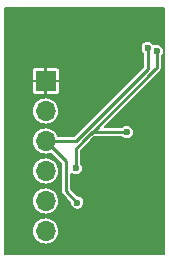
<source format=gbr>
G04 #@! TF.FileFunction,Copper,L2,Bot,Signal*
%FSLAX46Y46*%
G04 Gerber Fmt 4.6, Leading zero omitted, Abs format (unit mm)*
G04 Created by KiCad (PCBNEW 4.0.7-e2-6376~58~ubuntu16.04.1) date Mon Jan 22 15:55:41 2018*
%MOMM*%
%LPD*%
G01*
G04 APERTURE LIST*
%ADD10C,0.100000*%
%ADD11R,1.700000X1.700000*%
%ADD12O,1.700000X1.700000*%
%ADD13C,0.600000*%
%ADD14C,0.250000*%
%ADD15C,0.203000*%
G04 APERTURE END LIST*
D10*
D11*
X144526000Y-110744000D03*
D12*
X144526000Y-113284000D03*
X144526000Y-115824000D03*
X144526000Y-118364000D03*
X144526000Y-120904000D03*
X144526000Y-123444000D03*
D13*
X152527000Y-119888000D03*
X147193000Y-121031000D03*
X153162000Y-107950000D03*
X147066000Y-118110000D03*
X153924000Y-108204000D03*
X151384000Y-115062000D03*
D14*
X153162000Y-107950000D02*
X153162000Y-109728000D01*
X153162000Y-109728000D02*
X147066000Y-115824000D01*
X147066000Y-115824000D02*
X144526000Y-115824000D01*
X146253200Y-120091200D02*
X147193000Y-121031000D01*
X144526000Y-115824000D02*
X146253200Y-117551200D01*
X146253200Y-117551200D02*
X146253200Y-120091200D01*
X147702410Y-115824000D02*
X147066000Y-116460410D01*
X147066000Y-116460410D02*
X147066000Y-118110000D01*
X153924000Y-108204000D02*
X153924000Y-109602410D01*
X148337410Y-115189000D02*
X147702410Y-115824000D01*
X148464410Y-115062000D02*
X147702410Y-115824000D01*
X151384000Y-115062000D02*
X148464410Y-115062000D01*
X153924000Y-109602410D02*
X153798410Y-109728000D01*
X148464410Y-115062000D02*
X148337410Y-115189000D01*
X153798410Y-109728000D02*
X148337410Y-115189000D01*
D15*
G36*
X154560500Y-125350500D02*
X141095500Y-125350500D01*
X141095500Y-123435940D01*
X143365942Y-123435940D01*
X143386363Y-123660332D01*
X143449980Y-123876483D01*
X143554370Y-124076162D01*
X143695555Y-124251761D01*
X143868160Y-124396594D01*
X144065608Y-124505142D01*
X144280380Y-124573271D01*
X144504295Y-124598387D01*
X144520414Y-124598500D01*
X144531586Y-124598500D01*
X144755830Y-124576513D01*
X144971532Y-124511388D01*
X145170477Y-124405608D01*
X145345086Y-124263199D01*
X145488710Y-124089588D01*
X145595877Y-123891387D01*
X145662506Y-123676144D01*
X145686058Y-123452060D01*
X145665637Y-123227668D01*
X145602020Y-123011517D01*
X145497630Y-122811838D01*
X145356445Y-122636239D01*
X145183840Y-122491406D01*
X144986392Y-122382858D01*
X144771620Y-122314729D01*
X144547705Y-122289613D01*
X144531586Y-122289500D01*
X144520414Y-122289500D01*
X144296170Y-122311487D01*
X144080468Y-122376612D01*
X143881523Y-122482392D01*
X143706914Y-122624801D01*
X143563290Y-122798412D01*
X143456123Y-122996613D01*
X143389494Y-123211856D01*
X143365942Y-123435940D01*
X141095500Y-123435940D01*
X141095500Y-120895940D01*
X143365942Y-120895940D01*
X143386363Y-121120332D01*
X143449980Y-121336483D01*
X143554370Y-121536162D01*
X143695555Y-121711761D01*
X143868160Y-121856594D01*
X144065608Y-121965142D01*
X144280380Y-122033271D01*
X144504295Y-122058387D01*
X144520414Y-122058500D01*
X144531586Y-122058500D01*
X144755830Y-122036513D01*
X144971532Y-121971388D01*
X145170477Y-121865608D01*
X145345086Y-121723199D01*
X145488710Y-121549588D01*
X145595877Y-121351387D01*
X145662506Y-121136144D01*
X145686058Y-120912060D01*
X145665637Y-120687668D01*
X145602020Y-120471517D01*
X145497630Y-120271838D01*
X145356445Y-120096239D01*
X145183840Y-119951406D01*
X144986392Y-119842858D01*
X144771620Y-119774729D01*
X144547705Y-119749613D01*
X144531586Y-119749500D01*
X144520414Y-119749500D01*
X144296170Y-119771487D01*
X144080468Y-119836612D01*
X143881523Y-119942392D01*
X143706914Y-120084801D01*
X143563290Y-120258412D01*
X143456123Y-120456613D01*
X143389494Y-120671856D01*
X143365942Y-120895940D01*
X141095500Y-120895940D01*
X141095500Y-118355940D01*
X143365942Y-118355940D01*
X143386363Y-118580332D01*
X143449980Y-118796483D01*
X143554370Y-118996162D01*
X143695555Y-119171761D01*
X143868160Y-119316594D01*
X144065608Y-119425142D01*
X144280380Y-119493271D01*
X144504295Y-119518387D01*
X144520414Y-119518500D01*
X144531586Y-119518500D01*
X144755830Y-119496513D01*
X144971532Y-119431388D01*
X145170477Y-119325608D01*
X145345086Y-119183199D01*
X145488710Y-119009588D01*
X145595877Y-118811387D01*
X145662506Y-118596144D01*
X145686058Y-118372060D01*
X145665637Y-118147668D01*
X145602020Y-117931517D01*
X145497630Y-117731838D01*
X145356445Y-117556239D01*
X145183840Y-117411406D01*
X144986392Y-117302858D01*
X144771620Y-117234729D01*
X144547705Y-117209613D01*
X144531586Y-117209500D01*
X144520414Y-117209500D01*
X144296170Y-117231487D01*
X144080468Y-117296612D01*
X143881523Y-117402392D01*
X143706914Y-117544801D01*
X143563290Y-117718412D01*
X143456123Y-117916613D01*
X143389494Y-118131856D01*
X143365942Y-118355940D01*
X141095500Y-118355940D01*
X141095500Y-115815940D01*
X143365942Y-115815940D01*
X143386363Y-116040332D01*
X143449980Y-116256483D01*
X143554370Y-116456162D01*
X143695555Y-116631761D01*
X143868160Y-116776594D01*
X144065608Y-116885142D01*
X144280380Y-116953271D01*
X144504295Y-116978387D01*
X144520414Y-116978500D01*
X144531586Y-116978500D01*
X144755830Y-116956513D01*
X144971532Y-116891388D01*
X144980967Y-116886371D01*
X145823700Y-117729105D01*
X145823700Y-120091200D01*
X145827576Y-120130734D01*
X145831030Y-120170207D01*
X145831659Y-120172373D01*
X145831880Y-120174624D01*
X145843354Y-120212630D01*
X145854415Y-120250703D01*
X145855454Y-120252708D01*
X145856107Y-120254870D01*
X145874749Y-120289930D01*
X145892991Y-120325122D01*
X145894398Y-120326884D01*
X145895460Y-120328882D01*
X145920570Y-120359670D01*
X145945287Y-120390632D01*
X145948383Y-120393772D01*
X145948439Y-120393840D01*
X145948502Y-120393892D01*
X145949498Y-120394902D01*
X146588376Y-121033780D01*
X146587705Y-121081828D01*
X146609106Y-121198429D01*
X146652746Y-121308653D01*
X146716965Y-121408301D01*
X146799316Y-121493577D01*
X146896662Y-121561235D01*
X147005295Y-121608696D01*
X147121078Y-121634152D01*
X147239601Y-121636635D01*
X147356349Y-121616049D01*
X147466874Y-121573179D01*
X147566968Y-121509657D01*
X147652818Y-121427904D01*
X147721153Y-121331033D01*
X147769371Y-121222733D01*
X147795635Y-121107131D01*
X147797526Y-120971726D01*
X147774500Y-120855435D01*
X147729324Y-120745831D01*
X147663721Y-120647090D01*
X147580187Y-120562971D01*
X147481906Y-120496679D01*
X147372620Y-120450740D01*
X147256493Y-120426903D01*
X147195884Y-120426480D01*
X146682700Y-119913296D01*
X146682700Y-118579794D01*
X146769662Y-118640235D01*
X146878295Y-118687696D01*
X146994078Y-118713152D01*
X147112601Y-118715635D01*
X147229349Y-118695049D01*
X147339874Y-118652179D01*
X147439968Y-118588657D01*
X147525818Y-118506904D01*
X147594153Y-118410033D01*
X147642371Y-118301733D01*
X147668635Y-118186131D01*
X147670526Y-118050726D01*
X147647500Y-117934435D01*
X147602324Y-117824831D01*
X147536721Y-117726090D01*
X147495500Y-117684580D01*
X147495500Y-116638314D01*
X148006113Y-116127702D01*
X148006118Y-116127696D01*
X148641113Y-115492702D01*
X148642315Y-115491500D01*
X150958374Y-115491500D01*
X150990316Y-115524577D01*
X151087662Y-115592235D01*
X151196295Y-115639696D01*
X151312078Y-115665152D01*
X151430601Y-115667635D01*
X151547349Y-115647049D01*
X151657874Y-115604179D01*
X151757968Y-115540657D01*
X151843818Y-115458904D01*
X151912153Y-115362033D01*
X151960371Y-115253733D01*
X151986635Y-115138131D01*
X151988526Y-115002726D01*
X151965500Y-114886435D01*
X151920324Y-114776831D01*
X151854721Y-114678090D01*
X151771187Y-114593971D01*
X151672906Y-114527679D01*
X151563620Y-114481740D01*
X151447493Y-114457903D01*
X151328948Y-114457075D01*
X151212499Y-114479289D01*
X151102582Y-114523698D01*
X151003385Y-114588611D01*
X150958567Y-114632500D01*
X149501314Y-114632500D01*
X154102112Y-110031703D01*
X154102117Y-110031697D01*
X154227702Y-109906112D01*
X154252894Y-109875443D01*
X154278386Y-109845063D01*
X154279473Y-109843086D01*
X154280908Y-109841339D01*
X154299666Y-109806355D01*
X154318769Y-109771608D01*
X154319452Y-109769455D01*
X154320519Y-109767465D01*
X154332131Y-109729484D01*
X154344114Y-109691708D01*
X154344365Y-109689469D01*
X154345027Y-109687304D01*
X154349040Y-109647796D01*
X154353458Y-109608407D01*
X154353489Y-109603989D01*
X154353497Y-109603910D01*
X154353490Y-109603836D01*
X154353500Y-109602410D01*
X154353500Y-108629775D01*
X154383818Y-108600904D01*
X154452153Y-108504033D01*
X154500371Y-108395733D01*
X154526635Y-108280131D01*
X154528526Y-108144726D01*
X154505500Y-108028435D01*
X154460324Y-107918831D01*
X154394721Y-107820090D01*
X154311187Y-107735971D01*
X154212906Y-107669679D01*
X154103620Y-107623740D01*
X153987493Y-107599903D01*
X153868948Y-107599075D01*
X153752499Y-107621289D01*
X153686982Y-107647759D01*
X153632721Y-107566090D01*
X153549187Y-107481971D01*
X153450906Y-107415679D01*
X153341620Y-107369740D01*
X153225493Y-107345903D01*
X153106948Y-107345075D01*
X152990499Y-107367289D01*
X152880582Y-107411698D01*
X152781385Y-107476611D01*
X152696685Y-107559555D01*
X152629709Y-107657371D01*
X152583008Y-107766333D01*
X152558361Y-107882291D01*
X152556705Y-108000828D01*
X152578106Y-108117429D01*
X152621746Y-108227653D01*
X152685965Y-108327301D01*
X152732500Y-108375489D01*
X152732500Y-109550096D01*
X146888096Y-115394500D01*
X145602898Y-115394500D01*
X145602020Y-115391517D01*
X145497630Y-115191838D01*
X145356445Y-115016239D01*
X145183840Y-114871406D01*
X144986392Y-114762858D01*
X144771620Y-114694729D01*
X144547705Y-114669613D01*
X144531586Y-114669500D01*
X144520414Y-114669500D01*
X144296170Y-114691487D01*
X144080468Y-114756612D01*
X143881523Y-114862392D01*
X143706914Y-115004801D01*
X143563290Y-115178412D01*
X143456123Y-115376613D01*
X143389494Y-115591856D01*
X143365942Y-115815940D01*
X141095500Y-115815940D01*
X141095500Y-113275940D01*
X143365942Y-113275940D01*
X143386363Y-113500332D01*
X143449980Y-113716483D01*
X143554370Y-113916162D01*
X143695555Y-114091761D01*
X143868160Y-114236594D01*
X144065608Y-114345142D01*
X144280380Y-114413271D01*
X144504295Y-114438387D01*
X144520414Y-114438500D01*
X144531586Y-114438500D01*
X144755830Y-114416513D01*
X144971532Y-114351388D01*
X145170477Y-114245608D01*
X145345086Y-114103199D01*
X145488710Y-113929588D01*
X145595877Y-113731387D01*
X145662506Y-113516144D01*
X145686058Y-113292060D01*
X145665637Y-113067668D01*
X145602020Y-112851517D01*
X145497630Y-112651838D01*
X145356445Y-112476239D01*
X145183840Y-112331406D01*
X144986392Y-112222858D01*
X144771620Y-112154729D01*
X144547705Y-112129613D01*
X144531586Y-112129500D01*
X144520414Y-112129500D01*
X144296170Y-112151487D01*
X144080468Y-112216612D01*
X143881523Y-112322392D01*
X143706914Y-112464801D01*
X143563290Y-112638412D01*
X143456123Y-112836613D01*
X143389494Y-113051856D01*
X143365942Y-113275940D01*
X141095500Y-113275940D01*
X141095500Y-110858375D01*
X143320500Y-110858375D01*
X143320500Y-111629013D01*
X143334162Y-111697695D01*
X143360960Y-111762392D01*
X143399865Y-111820618D01*
X143449382Y-111870135D01*
X143507607Y-111909040D01*
X143572304Y-111935838D01*
X143640986Y-111949500D01*
X144411625Y-111949500D01*
X144500500Y-111860625D01*
X144500500Y-110769500D01*
X144551500Y-110769500D01*
X144551500Y-111860625D01*
X144640375Y-111949500D01*
X145411014Y-111949500D01*
X145479696Y-111935838D01*
X145544393Y-111909040D01*
X145602618Y-111870135D01*
X145652135Y-111820618D01*
X145691040Y-111762392D01*
X145717838Y-111697695D01*
X145731500Y-111629013D01*
X145731500Y-110858375D01*
X145642625Y-110769500D01*
X144551500Y-110769500D01*
X144500500Y-110769500D01*
X143409375Y-110769500D01*
X143320500Y-110858375D01*
X141095500Y-110858375D01*
X141095500Y-109858987D01*
X143320500Y-109858987D01*
X143320500Y-110629625D01*
X143409375Y-110718500D01*
X144500500Y-110718500D01*
X144500500Y-109627375D01*
X144551500Y-109627375D01*
X144551500Y-110718500D01*
X145642625Y-110718500D01*
X145731500Y-110629625D01*
X145731500Y-109858987D01*
X145717838Y-109790305D01*
X145691040Y-109725608D01*
X145652135Y-109667382D01*
X145602618Y-109617865D01*
X145544393Y-109578960D01*
X145479696Y-109552162D01*
X145411014Y-109538500D01*
X144640375Y-109538500D01*
X144551500Y-109627375D01*
X144500500Y-109627375D01*
X144411625Y-109538500D01*
X143640986Y-109538500D01*
X143572304Y-109552162D01*
X143507607Y-109578960D01*
X143449382Y-109617865D01*
X143399865Y-109667382D01*
X143360960Y-109725608D01*
X143334162Y-109790305D01*
X143320500Y-109858987D01*
X141095500Y-109858987D01*
X141095500Y-104519500D01*
X154560500Y-104519500D01*
X154560500Y-125350500D01*
X154560500Y-125350500D01*
G37*
X154560500Y-125350500D02*
X141095500Y-125350500D01*
X141095500Y-123435940D01*
X143365942Y-123435940D01*
X143386363Y-123660332D01*
X143449980Y-123876483D01*
X143554370Y-124076162D01*
X143695555Y-124251761D01*
X143868160Y-124396594D01*
X144065608Y-124505142D01*
X144280380Y-124573271D01*
X144504295Y-124598387D01*
X144520414Y-124598500D01*
X144531586Y-124598500D01*
X144755830Y-124576513D01*
X144971532Y-124511388D01*
X145170477Y-124405608D01*
X145345086Y-124263199D01*
X145488710Y-124089588D01*
X145595877Y-123891387D01*
X145662506Y-123676144D01*
X145686058Y-123452060D01*
X145665637Y-123227668D01*
X145602020Y-123011517D01*
X145497630Y-122811838D01*
X145356445Y-122636239D01*
X145183840Y-122491406D01*
X144986392Y-122382858D01*
X144771620Y-122314729D01*
X144547705Y-122289613D01*
X144531586Y-122289500D01*
X144520414Y-122289500D01*
X144296170Y-122311487D01*
X144080468Y-122376612D01*
X143881523Y-122482392D01*
X143706914Y-122624801D01*
X143563290Y-122798412D01*
X143456123Y-122996613D01*
X143389494Y-123211856D01*
X143365942Y-123435940D01*
X141095500Y-123435940D01*
X141095500Y-120895940D01*
X143365942Y-120895940D01*
X143386363Y-121120332D01*
X143449980Y-121336483D01*
X143554370Y-121536162D01*
X143695555Y-121711761D01*
X143868160Y-121856594D01*
X144065608Y-121965142D01*
X144280380Y-122033271D01*
X144504295Y-122058387D01*
X144520414Y-122058500D01*
X144531586Y-122058500D01*
X144755830Y-122036513D01*
X144971532Y-121971388D01*
X145170477Y-121865608D01*
X145345086Y-121723199D01*
X145488710Y-121549588D01*
X145595877Y-121351387D01*
X145662506Y-121136144D01*
X145686058Y-120912060D01*
X145665637Y-120687668D01*
X145602020Y-120471517D01*
X145497630Y-120271838D01*
X145356445Y-120096239D01*
X145183840Y-119951406D01*
X144986392Y-119842858D01*
X144771620Y-119774729D01*
X144547705Y-119749613D01*
X144531586Y-119749500D01*
X144520414Y-119749500D01*
X144296170Y-119771487D01*
X144080468Y-119836612D01*
X143881523Y-119942392D01*
X143706914Y-120084801D01*
X143563290Y-120258412D01*
X143456123Y-120456613D01*
X143389494Y-120671856D01*
X143365942Y-120895940D01*
X141095500Y-120895940D01*
X141095500Y-118355940D01*
X143365942Y-118355940D01*
X143386363Y-118580332D01*
X143449980Y-118796483D01*
X143554370Y-118996162D01*
X143695555Y-119171761D01*
X143868160Y-119316594D01*
X144065608Y-119425142D01*
X144280380Y-119493271D01*
X144504295Y-119518387D01*
X144520414Y-119518500D01*
X144531586Y-119518500D01*
X144755830Y-119496513D01*
X144971532Y-119431388D01*
X145170477Y-119325608D01*
X145345086Y-119183199D01*
X145488710Y-119009588D01*
X145595877Y-118811387D01*
X145662506Y-118596144D01*
X145686058Y-118372060D01*
X145665637Y-118147668D01*
X145602020Y-117931517D01*
X145497630Y-117731838D01*
X145356445Y-117556239D01*
X145183840Y-117411406D01*
X144986392Y-117302858D01*
X144771620Y-117234729D01*
X144547705Y-117209613D01*
X144531586Y-117209500D01*
X144520414Y-117209500D01*
X144296170Y-117231487D01*
X144080468Y-117296612D01*
X143881523Y-117402392D01*
X143706914Y-117544801D01*
X143563290Y-117718412D01*
X143456123Y-117916613D01*
X143389494Y-118131856D01*
X143365942Y-118355940D01*
X141095500Y-118355940D01*
X141095500Y-115815940D01*
X143365942Y-115815940D01*
X143386363Y-116040332D01*
X143449980Y-116256483D01*
X143554370Y-116456162D01*
X143695555Y-116631761D01*
X143868160Y-116776594D01*
X144065608Y-116885142D01*
X144280380Y-116953271D01*
X144504295Y-116978387D01*
X144520414Y-116978500D01*
X144531586Y-116978500D01*
X144755830Y-116956513D01*
X144971532Y-116891388D01*
X144980967Y-116886371D01*
X145823700Y-117729105D01*
X145823700Y-120091200D01*
X145827576Y-120130734D01*
X145831030Y-120170207D01*
X145831659Y-120172373D01*
X145831880Y-120174624D01*
X145843354Y-120212630D01*
X145854415Y-120250703D01*
X145855454Y-120252708D01*
X145856107Y-120254870D01*
X145874749Y-120289930D01*
X145892991Y-120325122D01*
X145894398Y-120326884D01*
X145895460Y-120328882D01*
X145920570Y-120359670D01*
X145945287Y-120390632D01*
X145948383Y-120393772D01*
X145948439Y-120393840D01*
X145948502Y-120393892D01*
X145949498Y-120394902D01*
X146588376Y-121033780D01*
X146587705Y-121081828D01*
X146609106Y-121198429D01*
X146652746Y-121308653D01*
X146716965Y-121408301D01*
X146799316Y-121493577D01*
X146896662Y-121561235D01*
X147005295Y-121608696D01*
X147121078Y-121634152D01*
X147239601Y-121636635D01*
X147356349Y-121616049D01*
X147466874Y-121573179D01*
X147566968Y-121509657D01*
X147652818Y-121427904D01*
X147721153Y-121331033D01*
X147769371Y-121222733D01*
X147795635Y-121107131D01*
X147797526Y-120971726D01*
X147774500Y-120855435D01*
X147729324Y-120745831D01*
X147663721Y-120647090D01*
X147580187Y-120562971D01*
X147481906Y-120496679D01*
X147372620Y-120450740D01*
X147256493Y-120426903D01*
X147195884Y-120426480D01*
X146682700Y-119913296D01*
X146682700Y-118579794D01*
X146769662Y-118640235D01*
X146878295Y-118687696D01*
X146994078Y-118713152D01*
X147112601Y-118715635D01*
X147229349Y-118695049D01*
X147339874Y-118652179D01*
X147439968Y-118588657D01*
X147525818Y-118506904D01*
X147594153Y-118410033D01*
X147642371Y-118301733D01*
X147668635Y-118186131D01*
X147670526Y-118050726D01*
X147647500Y-117934435D01*
X147602324Y-117824831D01*
X147536721Y-117726090D01*
X147495500Y-117684580D01*
X147495500Y-116638314D01*
X148006113Y-116127702D01*
X148006118Y-116127696D01*
X148641113Y-115492702D01*
X148642315Y-115491500D01*
X150958374Y-115491500D01*
X150990316Y-115524577D01*
X151087662Y-115592235D01*
X151196295Y-115639696D01*
X151312078Y-115665152D01*
X151430601Y-115667635D01*
X151547349Y-115647049D01*
X151657874Y-115604179D01*
X151757968Y-115540657D01*
X151843818Y-115458904D01*
X151912153Y-115362033D01*
X151960371Y-115253733D01*
X151986635Y-115138131D01*
X151988526Y-115002726D01*
X151965500Y-114886435D01*
X151920324Y-114776831D01*
X151854721Y-114678090D01*
X151771187Y-114593971D01*
X151672906Y-114527679D01*
X151563620Y-114481740D01*
X151447493Y-114457903D01*
X151328948Y-114457075D01*
X151212499Y-114479289D01*
X151102582Y-114523698D01*
X151003385Y-114588611D01*
X150958567Y-114632500D01*
X149501314Y-114632500D01*
X154102112Y-110031703D01*
X154102117Y-110031697D01*
X154227702Y-109906112D01*
X154252894Y-109875443D01*
X154278386Y-109845063D01*
X154279473Y-109843086D01*
X154280908Y-109841339D01*
X154299666Y-109806355D01*
X154318769Y-109771608D01*
X154319452Y-109769455D01*
X154320519Y-109767465D01*
X154332131Y-109729484D01*
X154344114Y-109691708D01*
X154344365Y-109689469D01*
X154345027Y-109687304D01*
X154349040Y-109647796D01*
X154353458Y-109608407D01*
X154353489Y-109603989D01*
X154353497Y-109603910D01*
X154353490Y-109603836D01*
X154353500Y-109602410D01*
X154353500Y-108629775D01*
X154383818Y-108600904D01*
X154452153Y-108504033D01*
X154500371Y-108395733D01*
X154526635Y-108280131D01*
X154528526Y-108144726D01*
X154505500Y-108028435D01*
X154460324Y-107918831D01*
X154394721Y-107820090D01*
X154311187Y-107735971D01*
X154212906Y-107669679D01*
X154103620Y-107623740D01*
X153987493Y-107599903D01*
X153868948Y-107599075D01*
X153752499Y-107621289D01*
X153686982Y-107647759D01*
X153632721Y-107566090D01*
X153549187Y-107481971D01*
X153450906Y-107415679D01*
X153341620Y-107369740D01*
X153225493Y-107345903D01*
X153106948Y-107345075D01*
X152990499Y-107367289D01*
X152880582Y-107411698D01*
X152781385Y-107476611D01*
X152696685Y-107559555D01*
X152629709Y-107657371D01*
X152583008Y-107766333D01*
X152558361Y-107882291D01*
X152556705Y-108000828D01*
X152578106Y-108117429D01*
X152621746Y-108227653D01*
X152685965Y-108327301D01*
X152732500Y-108375489D01*
X152732500Y-109550096D01*
X146888096Y-115394500D01*
X145602898Y-115394500D01*
X145602020Y-115391517D01*
X145497630Y-115191838D01*
X145356445Y-115016239D01*
X145183840Y-114871406D01*
X144986392Y-114762858D01*
X144771620Y-114694729D01*
X144547705Y-114669613D01*
X144531586Y-114669500D01*
X144520414Y-114669500D01*
X144296170Y-114691487D01*
X144080468Y-114756612D01*
X143881523Y-114862392D01*
X143706914Y-115004801D01*
X143563290Y-115178412D01*
X143456123Y-115376613D01*
X143389494Y-115591856D01*
X143365942Y-115815940D01*
X141095500Y-115815940D01*
X141095500Y-113275940D01*
X143365942Y-113275940D01*
X143386363Y-113500332D01*
X143449980Y-113716483D01*
X143554370Y-113916162D01*
X143695555Y-114091761D01*
X143868160Y-114236594D01*
X144065608Y-114345142D01*
X144280380Y-114413271D01*
X144504295Y-114438387D01*
X144520414Y-114438500D01*
X144531586Y-114438500D01*
X144755830Y-114416513D01*
X144971532Y-114351388D01*
X145170477Y-114245608D01*
X145345086Y-114103199D01*
X145488710Y-113929588D01*
X145595877Y-113731387D01*
X145662506Y-113516144D01*
X145686058Y-113292060D01*
X145665637Y-113067668D01*
X145602020Y-112851517D01*
X145497630Y-112651838D01*
X145356445Y-112476239D01*
X145183840Y-112331406D01*
X144986392Y-112222858D01*
X144771620Y-112154729D01*
X144547705Y-112129613D01*
X144531586Y-112129500D01*
X144520414Y-112129500D01*
X144296170Y-112151487D01*
X144080468Y-112216612D01*
X143881523Y-112322392D01*
X143706914Y-112464801D01*
X143563290Y-112638412D01*
X143456123Y-112836613D01*
X143389494Y-113051856D01*
X143365942Y-113275940D01*
X141095500Y-113275940D01*
X141095500Y-110858375D01*
X143320500Y-110858375D01*
X143320500Y-111629013D01*
X143334162Y-111697695D01*
X143360960Y-111762392D01*
X143399865Y-111820618D01*
X143449382Y-111870135D01*
X143507607Y-111909040D01*
X143572304Y-111935838D01*
X143640986Y-111949500D01*
X144411625Y-111949500D01*
X144500500Y-111860625D01*
X144500500Y-110769500D01*
X144551500Y-110769500D01*
X144551500Y-111860625D01*
X144640375Y-111949500D01*
X145411014Y-111949500D01*
X145479696Y-111935838D01*
X145544393Y-111909040D01*
X145602618Y-111870135D01*
X145652135Y-111820618D01*
X145691040Y-111762392D01*
X145717838Y-111697695D01*
X145731500Y-111629013D01*
X145731500Y-110858375D01*
X145642625Y-110769500D01*
X144551500Y-110769500D01*
X144500500Y-110769500D01*
X143409375Y-110769500D01*
X143320500Y-110858375D01*
X141095500Y-110858375D01*
X141095500Y-109858987D01*
X143320500Y-109858987D01*
X143320500Y-110629625D01*
X143409375Y-110718500D01*
X144500500Y-110718500D01*
X144500500Y-109627375D01*
X144551500Y-109627375D01*
X144551500Y-110718500D01*
X145642625Y-110718500D01*
X145731500Y-110629625D01*
X145731500Y-109858987D01*
X145717838Y-109790305D01*
X145691040Y-109725608D01*
X145652135Y-109667382D01*
X145602618Y-109617865D01*
X145544393Y-109578960D01*
X145479696Y-109552162D01*
X145411014Y-109538500D01*
X144640375Y-109538500D01*
X144551500Y-109627375D01*
X144500500Y-109627375D01*
X144411625Y-109538500D01*
X143640986Y-109538500D01*
X143572304Y-109552162D01*
X143507607Y-109578960D01*
X143449382Y-109617865D01*
X143399865Y-109667382D01*
X143360960Y-109725608D01*
X143334162Y-109790305D01*
X143320500Y-109858987D01*
X141095500Y-109858987D01*
X141095500Y-104519500D01*
X154560500Y-104519500D01*
X154560500Y-125350500D01*
M02*

</source>
